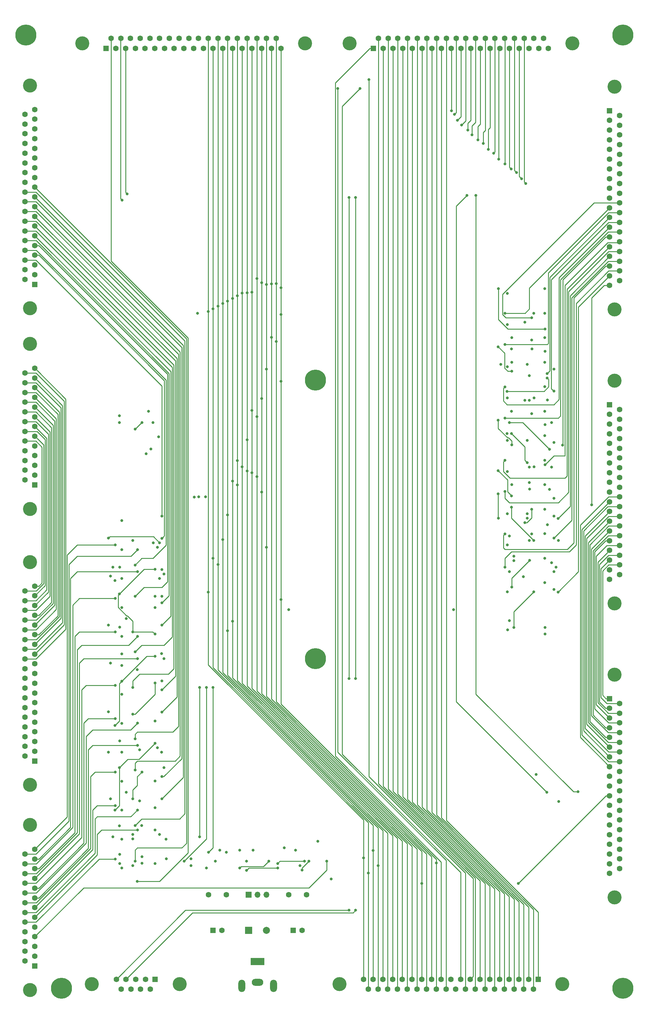
<source format=gbr>
G04 #@! TF.GenerationSoftware,KiCad,Pcbnew,5.1.5-52549c5~84~ubuntu18.04.1*
G04 #@! TF.CreationDate,2020-05-17T15:41:05-07:00*
G04 #@! TF.ProjectId,motherboard,6d6f7468-6572-4626-9f61-72642e6b6963,rev?*
G04 #@! TF.SameCoordinates,Original*
G04 #@! TF.FileFunction,Copper,L3,Inr*
G04 #@! TF.FilePolarity,Positive*
%FSLAX46Y46*%
G04 Gerber Fmt 4.6, Leading zero omitted, Abs format (unit mm)*
G04 Created by KiCad (PCBNEW 5.1.5-52549c5~84~ubuntu18.04.1) date 2020-05-17 15:41:05*
%MOMM*%
%LPD*%
G04 APERTURE LIST*
%ADD10C,4.000000*%
%ADD11C,1.600000*%
%ADD12R,1.600000X1.600000*%
%ADD13O,1.700000X1.700000*%
%ADD14R,1.700000X1.700000*%
%ADD15O,2.000000X3.500000*%
%ADD16O,3.300000X2.000000*%
%ADD17R,4.000000X2.000000*%
%ADD18C,2.000000*%
%ADD19R,2.000000X2.000000*%
%ADD20C,6.000000*%
%ADD21C,0.800000*%
%ADD22C,0.250000*%
G04 APERTURE END LIST*
D10*
X328460000Y-43030000D03*
X391960000Y-43030000D03*
D11*
X383755000Y-41610000D03*
X380985000Y-41610000D03*
X378215000Y-41610000D03*
X375445000Y-41610000D03*
X372675000Y-41610000D03*
X369905000Y-41610000D03*
X367135000Y-41610000D03*
X364365000Y-41610000D03*
X361595000Y-41610000D03*
X358825000Y-41610000D03*
X356055000Y-41610000D03*
X353285000Y-41610000D03*
X350515000Y-41610000D03*
X347745000Y-41610000D03*
X344975000Y-41610000D03*
X342205000Y-41610000D03*
X339435000Y-41610000D03*
X336665000Y-41610000D03*
X385140000Y-44450000D03*
X382370000Y-44450000D03*
X379600000Y-44450000D03*
X376830000Y-44450000D03*
X374060000Y-44450000D03*
X371290000Y-44450000D03*
X368520000Y-44450000D03*
X365750000Y-44450000D03*
X362980000Y-44450000D03*
X360210000Y-44450000D03*
X357440000Y-44450000D03*
X354670000Y-44450000D03*
X351900000Y-44450000D03*
X349130000Y-44450000D03*
X346360000Y-44450000D03*
X343590000Y-44450000D03*
X340820000Y-44450000D03*
X338050000Y-44450000D03*
D12*
X335280000Y-44450000D03*
D10*
X404660000Y-43030000D03*
X468160000Y-43030000D03*
D11*
X459955000Y-41610000D03*
X457185000Y-41610000D03*
X454415000Y-41610000D03*
X451645000Y-41610000D03*
X448875000Y-41610000D03*
X446105000Y-41610000D03*
X443335000Y-41610000D03*
X440565000Y-41610000D03*
X437795000Y-41610000D03*
X435025000Y-41610000D03*
X432255000Y-41610000D03*
X429485000Y-41610000D03*
X426715000Y-41610000D03*
X423945000Y-41610000D03*
X421175000Y-41610000D03*
X418405000Y-41610000D03*
X415635000Y-41610000D03*
X412865000Y-41610000D03*
X461340000Y-44450000D03*
X458570000Y-44450000D03*
X455800000Y-44450000D03*
X453030000Y-44450000D03*
X450260000Y-44450000D03*
X447490000Y-44450000D03*
X444720000Y-44450000D03*
X441950000Y-44450000D03*
X439180000Y-44450000D03*
X436410000Y-44450000D03*
X433640000Y-44450000D03*
X430870000Y-44450000D03*
X428100000Y-44450000D03*
X425330000Y-44450000D03*
X422560000Y-44450000D03*
X419790000Y-44450000D03*
X417020000Y-44450000D03*
X414250000Y-44450000D03*
D12*
X411480000Y-44450000D03*
D10*
X356210000Y-311300000D03*
X331210000Y-311300000D03*
D11*
X339555000Y-312720000D03*
X342325000Y-312720000D03*
X345095000Y-312720000D03*
X347865000Y-312720000D03*
X338170000Y-309880000D03*
X340940000Y-309880000D03*
X343710000Y-309880000D03*
X346480000Y-309880000D03*
D12*
X349250000Y-309880000D03*
D10*
X313540000Y-313000000D03*
X313540000Y-265900000D03*
D11*
X312120000Y-274215000D03*
X312120000Y-276985000D03*
X312120000Y-279755000D03*
X312120000Y-282525000D03*
X312120000Y-285295000D03*
X312120000Y-288065000D03*
X312120000Y-290835000D03*
X312120000Y-293605000D03*
X312120000Y-296375000D03*
X312120000Y-299145000D03*
X312120000Y-301915000D03*
X312120000Y-304685000D03*
X314960000Y-272830000D03*
X314960000Y-275600000D03*
X314960000Y-278370000D03*
X314960000Y-281140000D03*
X314960000Y-283910000D03*
X314960000Y-286680000D03*
X314960000Y-289450000D03*
X314960000Y-292220000D03*
X314960000Y-294990000D03*
X314960000Y-297760000D03*
X314960000Y-300530000D03*
X314960000Y-303300000D03*
D12*
X314960000Y-306070000D03*
D10*
X313540000Y-254470000D03*
X313540000Y-190970000D03*
D11*
X312120000Y-199175000D03*
X312120000Y-201945000D03*
X312120000Y-204715000D03*
X312120000Y-207485000D03*
X312120000Y-210255000D03*
X312120000Y-213025000D03*
X312120000Y-215795000D03*
X312120000Y-218565000D03*
X312120000Y-221335000D03*
X312120000Y-224105000D03*
X312120000Y-226875000D03*
X312120000Y-229645000D03*
X312120000Y-232415000D03*
X312120000Y-235185000D03*
X312120000Y-237955000D03*
X312120000Y-240725000D03*
X312120000Y-243495000D03*
X312120000Y-246265000D03*
X314960000Y-197790000D03*
X314960000Y-200560000D03*
X314960000Y-203330000D03*
X314960000Y-206100000D03*
X314960000Y-208870000D03*
X314960000Y-211640000D03*
X314960000Y-214410000D03*
X314960000Y-217180000D03*
X314960000Y-219950000D03*
X314960000Y-222720000D03*
X314960000Y-225490000D03*
X314960000Y-228260000D03*
X314960000Y-231030000D03*
X314960000Y-233800000D03*
X314960000Y-236570000D03*
X314960000Y-239340000D03*
X314960000Y-242110000D03*
X314960000Y-244880000D03*
D12*
X314960000Y-247650000D03*
D10*
X313540000Y-175840000D03*
X313540000Y-128740000D03*
D11*
X312120000Y-137055000D03*
X312120000Y-139825000D03*
X312120000Y-142595000D03*
X312120000Y-145365000D03*
X312120000Y-148135000D03*
X312120000Y-150905000D03*
X312120000Y-153675000D03*
X312120000Y-156445000D03*
X312120000Y-159215000D03*
X312120000Y-161985000D03*
X312120000Y-164755000D03*
X312120000Y-167525000D03*
X314960000Y-135670000D03*
X314960000Y-138440000D03*
X314960000Y-141210000D03*
X314960000Y-143980000D03*
X314960000Y-146750000D03*
X314960000Y-149520000D03*
X314960000Y-152290000D03*
X314960000Y-155060000D03*
X314960000Y-157830000D03*
X314960000Y-160600000D03*
X314960000Y-163370000D03*
X314960000Y-166140000D03*
D12*
X314960000Y-168910000D03*
D10*
X313540000Y-118580000D03*
X313540000Y-55080000D03*
D11*
X312120000Y-63285000D03*
X312120000Y-66055000D03*
X312120000Y-68825000D03*
X312120000Y-71595000D03*
X312120000Y-74365000D03*
X312120000Y-77135000D03*
X312120000Y-79905000D03*
X312120000Y-82675000D03*
X312120000Y-85445000D03*
X312120000Y-88215000D03*
X312120000Y-90985000D03*
X312120000Y-93755000D03*
X312120000Y-96525000D03*
X312120000Y-99295000D03*
X312120000Y-102065000D03*
X312120000Y-104835000D03*
X312120000Y-107605000D03*
X312120000Y-110375000D03*
X314960000Y-61900000D03*
X314960000Y-64670000D03*
X314960000Y-67440000D03*
X314960000Y-70210000D03*
X314960000Y-72980000D03*
X314960000Y-75750000D03*
X314960000Y-78520000D03*
X314960000Y-81290000D03*
X314960000Y-84060000D03*
X314960000Y-86830000D03*
X314960000Y-89600000D03*
X314960000Y-92370000D03*
X314960000Y-95140000D03*
X314960000Y-97910000D03*
X314960000Y-100680000D03*
X314960000Y-103450000D03*
X314960000Y-106220000D03*
X314960000Y-108990000D03*
D12*
X314960000Y-111760000D03*
D10*
X465290000Y-311300000D03*
X401790000Y-311300000D03*
D11*
X409995000Y-312720000D03*
X412765000Y-312720000D03*
X415535000Y-312720000D03*
X418305000Y-312720000D03*
X421075000Y-312720000D03*
X423845000Y-312720000D03*
X426615000Y-312720000D03*
X429385000Y-312720000D03*
X432155000Y-312720000D03*
X434925000Y-312720000D03*
X437695000Y-312720000D03*
X440465000Y-312720000D03*
X443235000Y-312720000D03*
X446005000Y-312720000D03*
X448775000Y-312720000D03*
X451545000Y-312720000D03*
X454315000Y-312720000D03*
X457085000Y-312720000D03*
X408610000Y-309880000D03*
X411380000Y-309880000D03*
X414150000Y-309880000D03*
X416920000Y-309880000D03*
X419690000Y-309880000D03*
X422460000Y-309880000D03*
X425230000Y-309880000D03*
X428000000Y-309880000D03*
X430770000Y-309880000D03*
X433540000Y-309880000D03*
X436310000Y-309880000D03*
X439080000Y-309880000D03*
X441850000Y-309880000D03*
X444620000Y-309880000D03*
X447390000Y-309880000D03*
X450160000Y-309880000D03*
X452930000Y-309880000D03*
X455700000Y-309880000D03*
D12*
X458470000Y-309880000D03*
D10*
X480210000Y-223050000D03*
X480210000Y-286550000D03*
D11*
X481630000Y-278345000D03*
X481630000Y-275575000D03*
X481630000Y-272805000D03*
X481630000Y-270035000D03*
X481630000Y-267265000D03*
X481630000Y-264495000D03*
X481630000Y-261725000D03*
X481630000Y-258955000D03*
X481630000Y-256185000D03*
X481630000Y-253415000D03*
X481630000Y-250645000D03*
X481630000Y-247875000D03*
X481630000Y-245105000D03*
X481630000Y-242335000D03*
X481630000Y-239565000D03*
X481630000Y-236795000D03*
X481630000Y-234025000D03*
X481630000Y-231255000D03*
X478790000Y-279730000D03*
X478790000Y-276960000D03*
X478790000Y-274190000D03*
X478790000Y-271420000D03*
X478790000Y-268650000D03*
X478790000Y-265880000D03*
X478790000Y-263110000D03*
X478790000Y-260340000D03*
X478790000Y-257570000D03*
X478790000Y-254800000D03*
X478790000Y-252030000D03*
X478790000Y-249260000D03*
X478790000Y-246490000D03*
X478790000Y-243720000D03*
X478790000Y-240950000D03*
X478790000Y-238180000D03*
X478790000Y-235410000D03*
X478790000Y-232640000D03*
D12*
X478790000Y-229870000D03*
D10*
X480210000Y-55410000D03*
X480210000Y-118910000D03*
D11*
X481630000Y-110705000D03*
X481630000Y-107935000D03*
X481630000Y-105165000D03*
X481630000Y-102395000D03*
X481630000Y-99625000D03*
X481630000Y-96855000D03*
X481630000Y-94085000D03*
X481630000Y-91315000D03*
X481630000Y-88545000D03*
X481630000Y-85775000D03*
X481630000Y-83005000D03*
X481630000Y-80235000D03*
X481630000Y-77465000D03*
X481630000Y-74695000D03*
X481630000Y-71925000D03*
X481630000Y-69155000D03*
X481630000Y-66385000D03*
X481630000Y-63615000D03*
X478790000Y-112090000D03*
X478790000Y-109320000D03*
X478790000Y-106550000D03*
X478790000Y-103780000D03*
X478790000Y-101010000D03*
X478790000Y-98240000D03*
X478790000Y-95470000D03*
X478790000Y-92700000D03*
X478790000Y-89930000D03*
X478790000Y-87160000D03*
X478790000Y-84390000D03*
X478790000Y-81620000D03*
X478790000Y-78850000D03*
X478790000Y-76080000D03*
X478790000Y-73310000D03*
X478790000Y-70540000D03*
X478790000Y-67770000D03*
X478790000Y-65000000D03*
D12*
X478790000Y-62230000D03*
D10*
X480210000Y-139230000D03*
X480210000Y-202730000D03*
D11*
X481630000Y-194525000D03*
X481630000Y-191755000D03*
X481630000Y-188985000D03*
X481630000Y-186215000D03*
X481630000Y-183445000D03*
X481630000Y-180675000D03*
X481630000Y-177905000D03*
X481630000Y-175135000D03*
X481630000Y-172365000D03*
X481630000Y-169595000D03*
X481630000Y-166825000D03*
X481630000Y-164055000D03*
X481630000Y-161285000D03*
X481630000Y-158515000D03*
X481630000Y-155745000D03*
X481630000Y-152975000D03*
X481630000Y-150205000D03*
X481630000Y-147435000D03*
X478790000Y-195910000D03*
X478790000Y-193140000D03*
X478790000Y-190370000D03*
X478790000Y-187600000D03*
X478790000Y-184830000D03*
X478790000Y-182060000D03*
X478790000Y-179290000D03*
X478790000Y-176520000D03*
X478790000Y-173750000D03*
X478790000Y-170980000D03*
X478790000Y-168210000D03*
X478790000Y-165440000D03*
X478790000Y-162670000D03*
X478790000Y-159900000D03*
X478790000Y-157130000D03*
X478790000Y-154360000D03*
X478790000Y-151590000D03*
X478790000Y-148820000D03*
D12*
X478790000Y-146050000D03*
D13*
X381000000Y-285750000D03*
X378460000Y-285750000D03*
D14*
X375920000Y-285750000D03*
D15*
X382960000Y-311800000D03*
X373960000Y-311800000D03*
D16*
X378460000Y-310800000D03*
D17*
X378460000Y-304800000D03*
D11*
X392350000Y-285750000D03*
X387350000Y-285750000D03*
X369490000Y-285750000D03*
X364490000Y-285750000D03*
X391120000Y-295910000D03*
D12*
X388620000Y-295910000D03*
D11*
X368260000Y-295910000D03*
D12*
X365760000Y-295910000D03*
D18*
X380920000Y-295910000D03*
D19*
X375920000Y-295910000D03*
D20*
X482600000Y-40640000D03*
X312420000Y-40640000D03*
X482600000Y-312420000D03*
X322580000Y-312420000D03*
X394970000Y-139065000D03*
X394970000Y-218440000D03*
D21*
X452755000Y-282575000D03*
X404495000Y-86995000D03*
X404495000Y-224155000D03*
X404495000Y-290195000D03*
X462915000Y-193675000D03*
X449610000Y-177195000D03*
X462915000Y-172720000D03*
X449610000Y-156240000D03*
X460375000Y-151765000D03*
X449610000Y-135285000D03*
X460375000Y-130810000D03*
X449610000Y-114330000D03*
X335945000Y-184120000D03*
X434340000Y-204470000D03*
X387350000Y-204470000D03*
X350520000Y-185420000D03*
X350475000Y-195625000D03*
X335945000Y-208885000D03*
X344170000Y-221615000D03*
X335945000Y-233650000D03*
X351110000Y-245155000D03*
X336550000Y-258445000D03*
X352380000Y-269920000D03*
X460375000Y-211455000D03*
X462915000Y-198755000D03*
X449610000Y-186085000D03*
X462915000Y-177800000D03*
X449610000Y-165130000D03*
X462915000Y-156845000D03*
X449610000Y-144175000D03*
X462915000Y-135890000D03*
X449610000Y-123220000D03*
X460330000Y-112985000D03*
X460330000Y-119970000D03*
X460330000Y-126955000D03*
X460330000Y-133940000D03*
X460330000Y-140925000D03*
X460330000Y-147910000D03*
X460330000Y-154895000D03*
X460330000Y-161880000D03*
X460330000Y-168865000D03*
X460330000Y-175850000D03*
X460330000Y-182835000D03*
X460330000Y-189820000D03*
X339770000Y-179115000D03*
X339770000Y-278175000D03*
X339770000Y-269920000D03*
X339770000Y-261665000D03*
X339770000Y-253410000D03*
X339770000Y-245155000D03*
X339770000Y-236900000D03*
X339770000Y-228645000D03*
X339770000Y-220390000D03*
X339770000Y-212135000D03*
X339770000Y-203880000D03*
X339770000Y-195625000D03*
X339770000Y-187370000D03*
X460330000Y-196805000D03*
X457835000Y-251460000D03*
X464315000Y-259210000D03*
X377190000Y-273050000D03*
X386080000Y-272415000D03*
X395605000Y-270510000D03*
X367665000Y-273050000D03*
X347345000Y-147955000D03*
X336550000Y-194945000D03*
X351155000Y-200660000D03*
X336550000Y-219710000D03*
X351155000Y-224790000D03*
X335915000Y-245110000D03*
X351790000Y-249555000D03*
X337185000Y-269240000D03*
X352410000Y-275575000D03*
X452225000Y-79905000D03*
X448950000Y-77465000D03*
X445700000Y-74365000D03*
X442755000Y-71595000D03*
X439550001Y-69084999D03*
X436605001Y-66314999D03*
X434555000Y-63285000D03*
X473710000Y-174625000D03*
X460375000Y-209550000D03*
X453685000Y-81620000D03*
X450740000Y-78850000D03*
X447160000Y-76080000D03*
X444215000Y-73310000D03*
X441270000Y-70540000D03*
X438325000Y-67770000D03*
X435380000Y-65000000D03*
X433705000Y-62230000D03*
X399415000Y-281305000D03*
X469770000Y-256410000D03*
X440690000Y-86360000D03*
X339815001Y-87720001D03*
X460880000Y-256540000D03*
X438150000Y-86360000D03*
X341230001Y-85960001D03*
X456565000Y-127635000D03*
X383755000Y-128055000D03*
X383755000Y-111545000D03*
X380985000Y-186690000D03*
X349855000Y-186720000D03*
X345504999Y-276795001D03*
X349250000Y-267335000D03*
X349220000Y-261015000D03*
X337820000Y-261620000D03*
X339090000Y-249555000D03*
X425230000Y-282575000D03*
X349250000Y-242570000D03*
X349250000Y-236220000D03*
X337820000Y-237490000D03*
X339725000Y-224875000D03*
X349235000Y-217790000D03*
X342860000Y-210820000D03*
X349220000Y-211485000D03*
X339090000Y-200025000D03*
X349235000Y-193025000D03*
X380985000Y-135905000D03*
X447735001Y-134559999D03*
X380985000Y-111775000D03*
X456565000Y-148590000D03*
X378215000Y-149470000D03*
X378215000Y-166615000D03*
X378215000Y-110100000D03*
X455295000Y-156210000D03*
X375445000Y-156050000D03*
X375445000Y-164940000D03*
X375445000Y-114140000D03*
X455945000Y-170165000D03*
X372675000Y-168980000D03*
X372675000Y-161995000D03*
X372675000Y-115005000D03*
X455295000Y-177165000D03*
X369905000Y-177465000D03*
X449670001Y-210275001D03*
X369905000Y-210485000D03*
X369905000Y-116505000D03*
X462265000Y-191120000D03*
X367135000Y-191665000D03*
X373380000Y-273050000D03*
X411380000Y-273150000D03*
X367135000Y-118005000D03*
X449595000Y-199405000D03*
X364365000Y-199515000D03*
X359440000Y-275560000D03*
X408610000Y-275285000D03*
X364365000Y-119505000D03*
X457200000Y-199390000D03*
X454195000Y-195115000D03*
X385140000Y-201600000D03*
X457200000Y-120015000D03*
X385140000Y-120320000D03*
X451485000Y-190500000D03*
X450245000Y-183485000D03*
X456565000Y-182880000D03*
X450850000Y-172085000D03*
X450850000Y-172085000D03*
X461055001Y-180300001D03*
X447040000Y-164903002D03*
X461645000Y-158750000D03*
X450215000Y-151130000D03*
X449580000Y-142240000D03*
X461010000Y-138430000D03*
X450850000Y-130175000D03*
X389255000Y-273050000D03*
X429385000Y-276735000D03*
X451485000Y-209550000D03*
X385140000Y-139370000D03*
X385140000Y-112700000D03*
X450895000Y-126955000D03*
X382370000Y-126900000D03*
X382370000Y-111660000D03*
X457230000Y-144175000D03*
X379600000Y-144275000D03*
X379600000Y-170945000D03*
X379600000Y-111255000D03*
X450850000Y-147955000D03*
X376830000Y-147680000D03*
X376830000Y-165460000D03*
X376830000Y-114025000D03*
X455930000Y-163830000D03*
X374060000Y-163785000D03*
X374060000Y-114255000D03*
X450895000Y-168865000D03*
X371290000Y-167825000D03*
X450260000Y-207600000D03*
X371290000Y-207830000D03*
X371290000Y-115755000D03*
X455930000Y-184785000D03*
X368520000Y-184565000D03*
X390510000Y-277510000D03*
X412765000Y-277480000D03*
X368520000Y-117255000D03*
X451485000Y-189230000D03*
X365750000Y-189875000D03*
X359425000Y-277510000D03*
X409995000Y-279615000D03*
X365750000Y-118755000D03*
X448945000Y-192405000D03*
X462900000Y-184135000D03*
X448945000Y-170815000D03*
X460375000Y-163180000D03*
X448945000Y-149860000D03*
X462900000Y-142225000D03*
X448945000Y-128905000D03*
X456580000Y-121270000D03*
X464094999Y-199480001D03*
X448945000Y-182880000D03*
X464094999Y-178525001D03*
X448945000Y-161925000D03*
X465364999Y-157570001D03*
X448945000Y-140970000D03*
X461010000Y-137160000D03*
X448990000Y-119970000D03*
X343535000Y-266065000D03*
X351140000Y-252110000D03*
X343535000Y-241300000D03*
X351140000Y-227345000D03*
X343535000Y-216535000D03*
X351140000Y-202580000D03*
X343535000Y-191770000D03*
X351140000Y-177815000D03*
X343535000Y-276225000D03*
X351140000Y-258460000D03*
X343535000Y-250190000D03*
X351140000Y-233695000D03*
X342900000Y-226695000D03*
X351140000Y-208930000D03*
X343535000Y-200660000D03*
X351140000Y-184165000D03*
X361950000Y-226695000D03*
X339090000Y-151130000D03*
X361950000Y-269240000D03*
X346710000Y-160020000D03*
X360362500Y-172402500D03*
X363855000Y-226695000D03*
X339090000Y-149225000D03*
X357505000Y-276225000D03*
X348014657Y-158715343D03*
X361667158Y-172367842D03*
X398145000Y-276225000D03*
X337835000Y-186070000D03*
X344185000Y-193690000D03*
X337835000Y-210835000D03*
X344185000Y-218455000D03*
X337835000Y-235600000D03*
X344185000Y-243220000D03*
X337835000Y-260365000D03*
X344185000Y-267350000D03*
X344215000Y-187370000D03*
X337835000Y-201310000D03*
X344185000Y-212105000D03*
X337835000Y-226075000D03*
X344185000Y-236870000D03*
X337835000Y-250840000D03*
X344185000Y-261635000D03*
X337835000Y-275605000D03*
X406400000Y-86995000D03*
X406400000Y-224155000D03*
X406400000Y-290195000D03*
X345470000Y-274925000D03*
X342870000Y-277525000D03*
X339135000Y-274275000D03*
X339105000Y-276875000D03*
X350520000Y-268605000D03*
X349250000Y-276860000D03*
X342900000Y-258445000D03*
X345455000Y-250810000D03*
X342900000Y-269875000D03*
X344805000Y-244475000D03*
X342885000Y-234300000D03*
X349250000Y-225425000D03*
X351790000Y-218440000D03*
X339105000Y-209535000D03*
X351790000Y-194310000D03*
X349250000Y-200660000D03*
X337820000Y-196215000D03*
X342885000Y-184770000D03*
X342830000Y-268605000D03*
X344820000Y-259065000D03*
X339090000Y-266165000D03*
X345440000Y-266065000D03*
X349250000Y-253365000D03*
X340995000Y-256540000D03*
X339120000Y-241905000D03*
X349870000Y-243855000D03*
X339755000Y-217140000D03*
X351041501Y-217056501D03*
X349205000Y-203880000D03*
X340995000Y-207010000D03*
X348745000Y-185420000D03*
X337185000Y-192405000D03*
X339120000Y-192375000D03*
X351155000Y-193040000D03*
X450865000Y-198105000D03*
X455960000Y-190470000D03*
X464185000Y-184785000D03*
X455280000Y-178450000D03*
X447055000Y-178450000D03*
X447040000Y-171450000D03*
X450865000Y-157495000D03*
X457227500Y-163802500D03*
X447040000Y-150495000D03*
X450865000Y-136540000D03*
X461055001Y-144734999D03*
X447040000Y-129540000D03*
X463535000Y-192420000D03*
X450215000Y-193675000D03*
X457200000Y-184785000D03*
X450807500Y-175302500D03*
X454660000Y-179705000D03*
X456565000Y-175895000D03*
X461645000Y-170180000D03*
X455930000Y-168275000D03*
X462280000Y-163830000D03*
X449580000Y-154305000D03*
X455295000Y-162560000D03*
X450850000Y-154305000D03*
X462280000Y-151130000D03*
X454660000Y-144780000D03*
X455265000Y-134590000D03*
X455930000Y-137795000D03*
X455930000Y-144780000D03*
X450895000Y-133940000D03*
X456635000Y-130175000D03*
X454660000Y-122555000D03*
X460375000Y-124460000D03*
X447085000Y-112985000D03*
X366410000Y-276210000D03*
X363825000Y-278160000D03*
X369570000Y-273685000D03*
X375300000Y-276210000D03*
X365760000Y-226695000D03*
X348615000Y-151130000D03*
X364490000Y-273685000D03*
X350202500Y-155257500D03*
X363639999Y-172300001D03*
X375330000Y-278810000D03*
X384205000Y-278160000D03*
X381635000Y-276225000D03*
X373350000Y-278160000D03*
X391795000Y-276225000D03*
X384175000Y-276860000D03*
X393080000Y-276210000D03*
X391160000Y-278765000D03*
X345495000Y-151130000D03*
X343535000Y-153035000D03*
X454840000Y-83005000D03*
X401320000Y-55880000D03*
X410210000Y-53340000D03*
X407670000Y-55880000D03*
X344170000Y-281940000D03*
X361315000Y-120015000D03*
D22*
X477760000Y-257570000D02*
X478790000Y-257570000D01*
X452755000Y-282575000D02*
X477760000Y-257570000D01*
X404495000Y-100330000D02*
X404495000Y-224155000D01*
X404495000Y-224155000D02*
X404495000Y-224155000D01*
X357855000Y-290195000D02*
X338170000Y-309880000D01*
X404495000Y-290195000D02*
X357855000Y-290195000D01*
X404495000Y-86995000D02*
X404495000Y-100330000D01*
X336344999Y-183720001D02*
X348820001Y-183720001D01*
X335945000Y-184120000D02*
X336344999Y-183720001D01*
X348820001Y-183720001D02*
X350520000Y-185420000D01*
X350520000Y-185420000D02*
X350520000Y-185420000D01*
X477990001Y-191169999D02*
X478790000Y-190370000D01*
X476314990Y-192845010D02*
X477990001Y-191169999D01*
X476314990Y-229579992D02*
X476314990Y-192845010D01*
X477989998Y-231255000D02*
X476314990Y-229579992D01*
X481630000Y-231255000D02*
X477989998Y-231255000D01*
X475414971Y-190975029D02*
X477990001Y-188399999D01*
X475414971Y-231032751D02*
X475414971Y-190975029D01*
X477990001Y-188399999D02*
X478790000Y-187600000D01*
X478407220Y-234025000D02*
X475414971Y-231032751D01*
X481630000Y-234025000D02*
X478407220Y-234025000D01*
X474514952Y-187973678D02*
X477658630Y-184830000D01*
X477658630Y-184830000D02*
X478790000Y-184830000D01*
X474514952Y-232799954D02*
X474514952Y-187973678D01*
X478509998Y-236795000D02*
X474514952Y-232799954D01*
X481630000Y-236795000D02*
X478509998Y-236795000D01*
X477990001Y-182859999D02*
X478790000Y-182060000D01*
X473614933Y-187235067D02*
X477990001Y-182859999D01*
X473614933Y-234772713D02*
X473614933Y-187235067D01*
X478407220Y-239565000D02*
X473614933Y-234772713D01*
X481630000Y-239565000D02*
X478407220Y-239565000D01*
X477990001Y-180089999D02*
X478790000Y-179290000D01*
X472714914Y-236642694D02*
X472714914Y-185365086D01*
X472714914Y-185365086D02*
X477990001Y-180089999D01*
X478407220Y-242335000D02*
X472714914Y-236642694D01*
X481630000Y-242335000D02*
X478407220Y-242335000D01*
X477990001Y-177319999D02*
X478790000Y-176520000D01*
X471814895Y-183495105D02*
X477990001Y-177319999D01*
X471814895Y-238409897D02*
X471814895Y-183495105D01*
X478509998Y-245105000D02*
X471814895Y-238409897D01*
X481630000Y-245105000D02*
X478509998Y-245105000D01*
X470914876Y-181625124D02*
X477990001Y-174549999D01*
X477990001Y-174549999D02*
X478790000Y-173750000D01*
X470914876Y-240279878D02*
X470914876Y-181625124D01*
X478509998Y-247875000D02*
X470914876Y-240279878D01*
X481630000Y-247875000D02*
X478509998Y-247875000D01*
X480498630Y-191755000D02*
X481630000Y-191755000D01*
X478509998Y-191755000D02*
X480498630Y-191755000D01*
X476764999Y-228894999D02*
X476764999Y-193499999D01*
X476764999Y-193499999D02*
X478509998Y-191755000D01*
X477740000Y-229870000D02*
X476764999Y-228894999D01*
X478790000Y-229870000D02*
X477740000Y-229870000D01*
X480498630Y-188985000D02*
X481630000Y-188985000D01*
X478509998Y-188985000D02*
X480498630Y-188985000D01*
X475864981Y-191630017D02*
X478509998Y-188985000D01*
X475864981Y-230846351D02*
X475864981Y-191630017D01*
X477658630Y-232640000D02*
X475864981Y-230846351D01*
X478790000Y-232640000D02*
X477658630Y-232640000D01*
X480498630Y-186215000D02*
X481630000Y-186215000D01*
X474964961Y-189245039D02*
X477995000Y-186215000D01*
X477995000Y-186215000D02*
X480498630Y-186215000D01*
X474964961Y-231584961D02*
X474964961Y-189245039D01*
X478790000Y-235410000D02*
X474964961Y-231584961D01*
X474064943Y-234586313D02*
X474064943Y-187787277D01*
X474064943Y-187787277D02*
X478407220Y-183445000D01*
X477658630Y-238180000D02*
X474064943Y-234586313D01*
X480498630Y-183445000D02*
X481630000Y-183445000D01*
X478407220Y-183445000D02*
X480498630Y-183445000D01*
X478790000Y-238180000D02*
X477658630Y-238180000D01*
X480498630Y-180675000D02*
X481630000Y-180675000D01*
X478509998Y-180675000D02*
X480498630Y-180675000D01*
X473164924Y-186020074D02*
X478509998Y-180675000D01*
X473164924Y-236456294D02*
X473164924Y-186020074D01*
X477658630Y-240950000D02*
X473164924Y-236456294D01*
X478790000Y-240950000D02*
X477658630Y-240950000D01*
X478509998Y-177905000D02*
X480498630Y-177905000D01*
X472264904Y-184150094D02*
X478509998Y-177905000D01*
X472264904Y-237194904D02*
X472264904Y-184150094D01*
X480498630Y-177905000D02*
X481630000Y-177905000D01*
X478790000Y-243720000D02*
X472264904Y-237194904D01*
X480498630Y-175135000D02*
X481630000Y-175135000D01*
X478280000Y-175135000D02*
X480498630Y-175135000D01*
X471364886Y-182050114D02*
X478280000Y-175135000D01*
X471364886Y-239064886D02*
X471364886Y-182050114D01*
X478790000Y-246490000D02*
X471364886Y-239064886D01*
X480498630Y-172365000D02*
X481630000Y-172365000D01*
X478509998Y-172365000D02*
X480498630Y-172365000D01*
X470464867Y-240934867D02*
X470464867Y-180410131D01*
X470464867Y-180410131D02*
X478509998Y-172365000D01*
X478790000Y-249260000D02*
X470464867Y-240934867D01*
X451645000Y-79325000D02*
X451645000Y-41610000D01*
X452225000Y-79905000D02*
X451645000Y-79325000D01*
X448950000Y-41685000D02*
X448875000Y-41610000D01*
X448950000Y-77465000D02*
X448950000Y-41685000D01*
X446105000Y-73960000D02*
X446105000Y-41610000D01*
X445700000Y-74365000D02*
X446105000Y-73960000D01*
X442755000Y-71595000D02*
X442755000Y-68420000D01*
X443335000Y-67840000D02*
X443335000Y-41610000D01*
X442755000Y-68420000D02*
X443335000Y-67840000D01*
X439550001Y-69084999D02*
X439550001Y-66544999D01*
X440565000Y-65530000D02*
X440565000Y-41610000D01*
X439550001Y-66544999D02*
X440565000Y-65530000D01*
X437795000Y-65125000D02*
X437795000Y-41610000D01*
X436605001Y-66314999D02*
X437795000Y-65125000D01*
X435025000Y-62815000D02*
X435025000Y-41610000D01*
X434555000Y-63285000D02*
X435025000Y-62815000D01*
X478790000Y-112090000D02*
X477190000Y-112090000D01*
X477190000Y-112090000D02*
X473710000Y-115570000D01*
X473710000Y-115570000D02*
X473710000Y-174625000D01*
X473710000Y-174625000D02*
X473710000Y-174625000D01*
X453030000Y-80965000D02*
X453030000Y-44450000D01*
X453685000Y-81620000D02*
X453030000Y-80965000D01*
X450260000Y-78370000D02*
X450260000Y-44450000D01*
X450740000Y-78850000D02*
X450260000Y-78370000D01*
X447160000Y-44780000D02*
X447490000Y-44450000D01*
X447160000Y-76080000D02*
X447160000Y-44780000D01*
X444215000Y-73310000D02*
X444215000Y-67595000D01*
X444720000Y-67090000D02*
X444720000Y-44450000D01*
X444215000Y-67595000D02*
X444720000Y-67090000D01*
X441270000Y-70540000D02*
X441270000Y-66730000D01*
X441950000Y-66050000D02*
X441950000Y-44450000D01*
X441270000Y-66730000D02*
X441950000Y-66050000D01*
X438325000Y-67770000D02*
X438325000Y-65865000D01*
X439180000Y-65010000D02*
X439180000Y-44450000D01*
X438325000Y-65865000D02*
X439180000Y-65010000D01*
X436410000Y-63970000D02*
X436410000Y-44450000D01*
X435380000Y-65000000D02*
X436410000Y-63970000D01*
X433705000Y-44515000D02*
X433640000Y-44450000D01*
X433705000Y-62230000D02*
X433705000Y-44515000D01*
X457085000Y-312720000D02*
X457085000Y-290061670D01*
X430870000Y-263846670D02*
X430870000Y-44450000D01*
X457085000Y-290061670D02*
X430870000Y-263846670D01*
X454315000Y-312720000D02*
X454315000Y-288564490D01*
X428100000Y-262349490D02*
X428100000Y-44450000D01*
X454315000Y-288564490D02*
X428100000Y-262349490D01*
X451545000Y-312720000D02*
X451545000Y-287067310D01*
X425330000Y-260852310D02*
X425330000Y-44450000D01*
X451545000Y-287067310D02*
X425330000Y-260852310D01*
X448775000Y-312720000D02*
X448775000Y-285570130D01*
X422560000Y-259355130D02*
X422560000Y-44450000D01*
X448775000Y-285570130D02*
X422560000Y-259355130D01*
X446005000Y-312720000D02*
X446005000Y-284072950D01*
X419790000Y-257857950D02*
X419790000Y-44450000D01*
X446005000Y-284072950D02*
X419790000Y-257857950D01*
X417020000Y-256360770D02*
X417020000Y-44450000D01*
X443235000Y-312720000D02*
X443235000Y-282575770D01*
X443235000Y-282575770D02*
X417020000Y-256360770D01*
X440465000Y-312720000D02*
X440465000Y-281078590D01*
X414250000Y-254863590D02*
X414250000Y-44450000D01*
X440465000Y-281078590D02*
X414250000Y-254863590D01*
X440690000Y-228600000D02*
X440690000Y-87826998D01*
X440690000Y-87826998D02*
X440690000Y-86360000D01*
X440690000Y-86360000D02*
X440690000Y-86360000D01*
X469770000Y-256410000D02*
X468500000Y-256410000D01*
X468500000Y-256410000D02*
X440690000Y-228600000D01*
X339415002Y-41629998D02*
X339435000Y-41610000D01*
X339415002Y-87320002D02*
X339415002Y-41629998D01*
X339815001Y-87720001D02*
X339415002Y-87320002D01*
X438150000Y-86360000D02*
X438150000Y-86360000D01*
X435065001Y-89444999D02*
X438150000Y-86360000D01*
X460880000Y-256540000D02*
X435065001Y-230725001D01*
X435065001Y-230725001D02*
X435065001Y-89444999D01*
X340820000Y-85550000D02*
X340820000Y-44450000D01*
X341230001Y-85960001D02*
X340820000Y-85550000D01*
X458470000Y-309880000D02*
X458470000Y-290810260D01*
X432255000Y-264595260D02*
X432255000Y-41610000D01*
X458470000Y-290810260D02*
X432255000Y-264595260D01*
X455700000Y-309880000D02*
X455700000Y-289313080D01*
X429485000Y-263098080D02*
X429485000Y-41610000D01*
X455700000Y-289313080D02*
X429485000Y-263098080D01*
X452930000Y-309880000D02*
X452930000Y-287815900D01*
X426715000Y-261600900D02*
X426715000Y-41610000D01*
X452930000Y-287815900D02*
X426715000Y-261600900D01*
X450160000Y-309880000D02*
X450160000Y-286318720D01*
X423945000Y-260103720D02*
X423945000Y-41610000D01*
X450160000Y-286318720D02*
X423945000Y-260103720D01*
X447390000Y-309880000D02*
X447390000Y-284821540D01*
X421175000Y-258606540D02*
X421175000Y-41610000D01*
X447390000Y-284821540D02*
X421175000Y-258606540D01*
X444620000Y-309880000D02*
X444620000Y-283324360D01*
X418405000Y-257109360D02*
X418405000Y-41610000D01*
X444620000Y-283324360D02*
X418405000Y-257109360D01*
X441850000Y-309880000D02*
X441850000Y-281827180D01*
X415635000Y-255612180D02*
X415635000Y-41610000D01*
X441850000Y-281827180D02*
X415635000Y-255612180D01*
X439879999Y-309080001D02*
X439879999Y-281129999D01*
X439080000Y-309880000D02*
X439879999Y-309080001D01*
X412865000Y-254115000D02*
X412865000Y-41610000D01*
X439879999Y-281129999D02*
X412865000Y-254115000D01*
X428000000Y-309880000D02*
X428000000Y-274966410D01*
X383755000Y-230721410D02*
X383755000Y-128055000D01*
X428000000Y-274966410D02*
X383755000Y-230721410D01*
X383755000Y-128055000D02*
X383755000Y-111545000D01*
X383755000Y-111545000D02*
X383755000Y-41610000D01*
X425230000Y-309880000D02*
X425230000Y-276445000D01*
X380985000Y-229224230D02*
X380985000Y-184800000D01*
X425230000Y-273469230D02*
X380985000Y-229224230D01*
X380985000Y-184800000D02*
X380985000Y-135905000D01*
X339044999Y-260395001D02*
X338219999Y-261220001D01*
X339044999Y-253061999D02*
X339044999Y-260395001D01*
X339090000Y-253016998D02*
X339044999Y-253061999D01*
X338219999Y-261220001D02*
X337820000Y-261620000D01*
X339090000Y-249555000D02*
X339090000Y-253016998D01*
X425230000Y-276445000D02*
X425230000Y-273469230D01*
X348850001Y-242969999D02*
X349250000Y-242570000D01*
X344620009Y-247199991D02*
X348850001Y-242969999D01*
X341445009Y-247199991D02*
X344620009Y-247199991D01*
X339090000Y-249555000D02*
X341445009Y-247199991D01*
X338219999Y-237090001D02*
X337820000Y-237490000D01*
X339044999Y-236265001D02*
X338219999Y-237090001D01*
X339044999Y-225555001D02*
X339044999Y-236265001D01*
X339725000Y-224875000D02*
X339044999Y-225555001D01*
X346810000Y-217790000D02*
X339725000Y-224875000D01*
X349235000Y-217790000D02*
X346810000Y-217790000D01*
X348555000Y-210820000D02*
X342860000Y-210820000D01*
X349220000Y-211485000D02*
X348555000Y-210820000D01*
X342860000Y-210254315D02*
X342860000Y-210820000D01*
X342860000Y-207801998D02*
X342860000Y-210254315D01*
X341343001Y-206284999D02*
X342860000Y-207801998D01*
X341101997Y-206284999D02*
X341343001Y-206284999D01*
X338690001Y-203873003D02*
X341101997Y-206284999D01*
X338690001Y-200424999D02*
X338690001Y-203873003D01*
X339090000Y-200025000D02*
X338690001Y-200424999D01*
X349235000Y-193025000D02*
X346090000Y-193025000D01*
X346090000Y-193025000D02*
X339090000Y-200025000D01*
X380985000Y-135905000D02*
X380985000Y-111775000D01*
X380985000Y-111775000D02*
X380985000Y-41610000D01*
X422460000Y-309880000D02*
X422460000Y-271972050D01*
X378215000Y-227727050D02*
X378215000Y-166615000D01*
X422460000Y-271972050D02*
X378215000Y-227727050D01*
X378215000Y-149470000D02*
X378215000Y-110100000D01*
X378215000Y-166615000D02*
X378215000Y-149470000D01*
X378215000Y-110100000D02*
X378215000Y-41610000D01*
X419690000Y-309880000D02*
X419690000Y-270474870D01*
X375445000Y-226229870D02*
X375445000Y-164940000D01*
X419690000Y-270474870D02*
X375445000Y-226229870D01*
X375445000Y-156050000D02*
X375445000Y-114140000D01*
X375445000Y-164940000D02*
X375445000Y-156050000D01*
X375445000Y-114140000D02*
X375445000Y-41610000D01*
X416920000Y-309880000D02*
X416920000Y-268977690D01*
X372675000Y-224732690D02*
X372675000Y-168980000D01*
X416920000Y-268977690D02*
X372675000Y-224732690D01*
X372675000Y-168980000D02*
X372675000Y-161995000D01*
X372675000Y-161995000D02*
X372675000Y-115005000D01*
X372675000Y-115005000D02*
X372675000Y-41610000D01*
X414150000Y-309880000D02*
X414150000Y-267480510D01*
X369905000Y-223235510D02*
X369905000Y-210485000D01*
X414150000Y-267480510D02*
X369905000Y-223235510D01*
X369905000Y-177465000D02*
X369905000Y-116505000D01*
X369905000Y-210485000D02*
X369905000Y-177465000D01*
X369905000Y-116505000D02*
X369905000Y-41610000D01*
X411380000Y-309880000D02*
X411380000Y-273150000D01*
X367135000Y-221738330D02*
X367135000Y-191665000D01*
X411380000Y-265983330D02*
X367135000Y-221738330D01*
X367135000Y-191665000D02*
X367135000Y-118005000D01*
X411380000Y-273150000D02*
X411380000Y-265983330D01*
X367135000Y-118005000D02*
X367135000Y-41610000D01*
X408610000Y-309880000D02*
X408610000Y-275285000D01*
X364365000Y-220241150D02*
X364365000Y-199515000D01*
X408610000Y-264486150D02*
X364365000Y-220241150D01*
X364365000Y-199515000D02*
X364365000Y-119505000D01*
X408610000Y-275285000D02*
X408610000Y-264486150D01*
X364365000Y-119505000D02*
X364365000Y-41610000D01*
X429385000Y-312720000D02*
X429385000Y-276735000D01*
X385140000Y-231470000D02*
X385140000Y-201600000D01*
X429385000Y-275715000D02*
X385140000Y-231470000D01*
X385140000Y-201600000D02*
X385140000Y-139370000D01*
X385140000Y-120320000D02*
X385140000Y-112700000D01*
X450450001Y-171685001D02*
X450850000Y-172085000D01*
X449670001Y-170905001D02*
X450450001Y-171685001D01*
X449670001Y-167533003D02*
X449670001Y-170905001D01*
X447040000Y-164903002D02*
X449670001Y-167533003D01*
X454025000Y-151130000D02*
X450215000Y-151130000D01*
X461645000Y-158750000D02*
X454025000Y-151130000D01*
X461409999Y-138829999D02*
X461010000Y-138430000D01*
X461409999Y-140918003D02*
X461409999Y-138829999D01*
X460088002Y-142240000D02*
X461409999Y-140918003D01*
X449580000Y-142240000D02*
X460088002Y-142240000D01*
X429385000Y-276735000D02*
X429385000Y-275715000D01*
X451485000Y-205105000D02*
X457200000Y-199390000D01*
X451485000Y-209550000D02*
X451485000Y-205105000D01*
X385140000Y-139370000D02*
X385140000Y-120320000D01*
X385140000Y-112700000D02*
X385140000Y-44450000D01*
X382370000Y-45581370D02*
X382370000Y-44450000D01*
X382370000Y-229972820D02*
X382370000Y-126900000D01*
X426615000Y-274217820D02*
X382370000Y-229972820D01*
X426615000Y-312720000D02*
X426615000Y-274217820D01*
X382370000Y-126900000D02*
X382370000Y-111660000D01*
X382370000Y-111660000D02*
X382370000Y-45581370D01*
X423845000Y-312720000D02*
X423845000Y-272720640D01*
X379600000Y-228475640D02*
X379600000Y-170945000D01*
X423845000Y-272720640D02*
X379600000Y-228475640D01*
X379600000Y-144275000D02*
X379600000Y-111255000D01*
X379600000Y-170945000D02*
X379600000Y-144275000D01*
X379600000Y-111255000D02*
X379600000Y-44450000D01*
X421075000Y-312720000D02*
X421075000Y-271223460D01*
X376830000Y-226978460D02*
X376830000Y-165460000D01*
X421075000Y-271223460D02*
X376830000Y-226978460D01*
X376830000Y-147680000D02*
X376830000Y-114025000D01*
X376830000Y-165460000D02*
X376830000Y-147680000D01*
X376830000Y-114025000D02*
X376830000Y-44450000D01*
X418305000Y-312720000D02*
X418305000Y-269726280D01*
X374060000Y-225481280D02*
X374060000Y-163785000D01*
X418305000Y-269726280D02*
X374060000Y-225481280D01*
X374060000Y-163785000D02*
X374060000Y-114255000D01*
X374060000Y-114255000D02*
X374060000Y-44450000D01*
X415535000Y-312720000D02*
X415535000Y-268229100D01*
X371290000Y-223984100D02*
X371290000Y-207830000D01*
X415535000Y-268229100D02*
X371290000Y-223984100D01*
X371290000Y-167825000D02*
X371290000Y-115755000D01*
X371290000Y-207830000D02*
X371290000Y-167825000D01*
X371290000Y-115755000D02*
X371290000Y-44450000D01*
X412765000Y-312720000D02*
X412765000Y-277480000D01*
X368520000Y-222486920D02*
X368520000Y-184565000D01*
X412765000Y-266731920D02*
X368520000Y-222486920D01*
X368520000Y-184565000D02*
X368520000Y-117255000D01*
X412765000Y-277480000D02*
X412765000Y-266731920D01*
X368520000Y-117255000D02*
X368520000Y-44450000D01*
X409995000Y-312720000D02*
X409995000Y-279615000D01*
X365750000Y-220989740D02*
X365750000Y-189875000D01*
X409995000Y-265234740D02*
X365750000Y-220989740D01*
X365750000Y-189875000D02*
X365750000Y-118755000D01*
X409995000Y-279615000D02*
X409995000Y-265234740D01*
X365750000Y-118755000D02*
X365750000Y-44450000D01*
X315759999Y-155859999D02*
X314960000Y-155060000D01*
X317435011Y-197082769D02*
X317435011Y-157535011D01*
X317435011Y-157535011D02*
X315759999Y-155859999D01*
X315342780Y-199175000D02*
X317435011Y-197082769D01*
X312120000Y-199175000D02*
X315342780Y-199175000D01*
X478509998Y-107935000D02*
X469265000Y-117179998D01*
X481630000Y-107935000D02*
X478509998Y-107935000D01*
X469265000Y-117179998D02*
X469265000Y-186055000D01*
X469265000Y-186055000D02*
X467360000Y-187960000D01*
X467360000Y-187960000D02*
X450850000Y-187960000D01*
X448945000Y-189865000D02*
X448945000Y-192405000D01*
X450850000Y-187960000D02*
X448945000Y-189865000D01*
X315759999Y-153089999D02*
X314960000Y-152290000D01*
X318335030Y-155665030D02*
X315759999Y-153089999D01*
X318335030Y-198849972D02*
X318335030Y-155665030D01*
X315240002Y-201945000D02*
X318335030Y-198849972D01*
X312120000Y-201945000D02*
X315240002Y-201945000D01*
X478407220Y-105165000D02*
X467995000Y-115577220D01*
X481630000Y-105165000D02*
X478407220Y-105165000D01*
X467995000Y-179040000D02*
X462900000Y-184135000D01*
X467995000Y-115577220D02*
X467995000Y-179040000D01*
X319235048Y-153795048D02*
X315759999Y-150319999D01*
X315759999Y-150319999D02*
X314960000Y-149520000D01*
X315240002Y-204715000D02*
X319235048Y-200719954D01*
X319235048Y-200719954D02*
X319235048Y-153795048D01*
X312120000Y-204715000D02*
X315240002Y-204715000D01*
X448945000Y-172720000D02*
X448945000Y-170815000D01*
X478509998Y-102395000D02*
X467094980Y-113810018D01*
X481630000Y-102395000D02*
X478509998Y-102395000D01*
X464185000Y-173990000D02*
X450215000Y-173990000D01*
X467094980Y-113810018D02*
X467094980Y-171080020D01*
X467094980Y-171080020D02*
X464185000Y-173990000D01*
X450215000Y-173990000D02*
X448945000Y-172720000D01*
X320135067Y-151925067D02*
X315759999Y-147549999D01*
X320135067Y-202692713D02*
X320135067Y-151925067D01*
X315342780Y-207485000D02*
X320135067Y-202692713D01*
X315759999Y-147549999D02*
X314960000Y-146750000D01*
X312120000Y-207485000D02*
X315342780Y-207485000D01*
X478249999Y-99884999D02*
X466090000Y-112044998D01*
X481630000Y-99625000D02*
X481889999Y-99884999D01*
X481889999Y-99884999D02*
X478249999Y-99884999D01*
X466090000Y-112044998D02*
X466090000Y-160625000D01*
X462930000Y-160625000D02*
X460375000Y-163180000D01*
X466090000Y-160625000D02*
X462930000Y-160625000D01*
X315759999Y-144779999D02*
X314960000Y-143980000D01*
X321035086Y-150055086D02*
X315759999Y-144779999D01*
X321035086Y-204459916D02*
X321035086Y-150055086D01*
X315240002Y-210255000D02*
X321035086Y-204459916D01*
X312120000Y-210255000D02*
X315240002Y-210255000D01*
X464185000Y-149860000D02*
X448945000Y-149860000D01*
X464820000Y-149225000D02*
X464185000Y-149860000D01*
X464820000Y-110442220D02*
X464820000Y-149225000D01*
X481630000Y-96855000D02*
X478407220Y-96855000D01*
X478407220Y-96855000D02*
X464820000Y-110442220D01*
X315759999Y-142009999D02*
X314960000Y-141210000D01*
X321935105Y-148185105D02*
X315759999Y-142009999D01*
X321935105Y-206432673D02*
X321935105Y-148185105D01*
X315342780Y-213025000D02*
X321935105Y-206432673D01*
X312120000Y-213025000D02*
X315342780Y-213025000D01*
X462500001Y-141825001D02*
X462900000Y-142225000D01*
X462189999Y-141514999D02*
X462500001Y-141825001D01*
X462189999Y-110404999D02*
X462189999Y-141514999D01*
X478509998Y-94085000D02*
X462189999Y-110404999D01*
X481630000Y-94085000D02*
X478509998Y-94085000D01*
X322835125Y-146315125D02*
X315759999Y-139239999D01*
X322835125Y-208199877D02*
X322835125Y-146315125D01*
X315240002Y-215795000D02*
X322835125Y-208199877D01*
X315759999Y-139239999D02*
X314960000Y-138440000D01*
X312120000Y-215795000D02*
X315240002Y-215795000D01*
X461289979Y-108535019D02*
X461289979Y-128625021D01*
X481630000Y-91315000D02*
X478509998Y-91315000D01*
X478509998Y-91315000D02*
X461289979Y-108535019D01*
X461010000Y-128905000D02*
X448945000Y-128905000D01*
X461289979Y-128625021D02*
X461010000Y-128905000D01*
X315759999Y-136469999D02*
X314960000Y-135670000D01*
X323735143Y-144445143D02*
X315759999Y-136469999D01*
X323735143Y-210069859D02*
X323735143Y-144445143D01*
X315240002Y-218565000D02*
X323735143Y-210069859D01*
X312120000Y-218565000D02*
X315240002Y-218565000D01*
X474321998Y-88545000D02*
X478435000Y-88545000D01*
X448264999Y-114601999D02*
X474321998Y-88545000D01*
X448264999Y-120318001D02*
X448264999Y-114601999D01*
X478435000Y-88545000D02*
X481630000Y-88545000D01*
X456580000Y-121270000D02*
X449216998Y-121270000D01*
X449216998Y-121270000D02*
X448264999Y-120318001D01*
X313251370Y-156445000D02*
X312120000Y-156445000D01*
X315240002Y-156445000D02*
X313251370Y-156445000D01*
X316091370Y-197790000D02*
X316985001Y-196896369D01*
X316985001Y-158189999D02*
X315240002Y-156445000D01*
X316985001Y-196896369D02*
X316985001Y-158189999D01*
X314960000Y-197790000D02*
X316091370Y-197790000D01*
X478790000Y-109320000D02*
X469900000Y-118210000D01*
X469900000Y-193675000D02*
X464094999Y-199480001D01*
X469900000Y-118210000D02*
X469900000Y-193675000D01*
X313251370Y-153675000D02*
X312120000Y-153675000D01*
X315600000Y-153675000D02*
X313251370Y-153675000D01*
X317885020Y-155960020D02*
X315600000Y-153675000D01*
X317885020Y-197634980D02*
X317885020Y-155960020D01*
X314960000Y-200560000D02*
X317885020Y-197634980D01*
X448545001Y-183279999D02*
X448945000Y-182880000D01*
X478790000Y-106550000D02*
X477658630Y-106550000D01*
X468630000Y-185420000D02*
X466725000Y-187325000D01*
X477658630Y-106550000D02*
X468630000Y-115578630D01*
X466725000Y-187325000D02*
X448945000Y-187325000D01*
X448545001Y-186925001D02*
X448545001Y-183279999D01*
X468630000Y-115578630D02*
X468630000Y-185420000D01*
X448945000Y-187325000D02*
X448545001Y-186925001D01*
X318785039Y-154450037D02*
X315240002Y-150905000D01*
X315240002Y-150905000D02*
X313251370Y-150905000D01*
X318785039Y-199504961D02*
X318785039Y-154450037D01*
X313251370Y-150905000D02*
X312120000Y-150905000D01*
X314960000Y-203330000D02*
X318785039Y-199504961D01*
X467544990Y-175075010D02*
X464494998Y-178125002D01*
X467544990Y-115025010D02*
X467544990Y-175075010D01*
X464494998Y-178125002D02*
X464094999Y-178525001D01*
X478790000Y-103780000D02*
X467544990Y-115025010D01*
X319685057Y-152580055D02*
X315240002Y-148135000D01*
X315240002Y-148135000D02*
X313251370Y-148135000D01*
X316091370Y-206100000D02*
X319685057Y-202506313D01*
X313251370Y-148135000D02*
X312120000Y-148135000D01*
X319685057Y-202506313D02*
X319685057Y-152580055D01*
X314960000Y-206100000D02*
X316091370Y-206100000D01*
X448545001Y-162324999D02*
X448945000Y-161925000D01*
X478790000Y-101010000D02*
X466644970Y-113155030D01*
X466644970Y-113155030D02*
X466644970Y-166450030D01*
X466644970Y-166450030D02*
X466090000Y-167005000D01*
X466090000Y-167005000D02*
X450411998Y-167005000D01*
X450411998Y-167005000D02*
X448545001Y-165138003D01*
X448545001Y-165138003D02*
X448545001Y-162324999D01*
X313251370Y-145365000D02*
X312120000Y-145365000D01*
X315240002Y-145365000D02*
X313251370Y-145365000D01*
X320585076Y-150710074D02*
X315240002Y-145365000D01*
X320585076Y-203244924D02*
X320585076Y-150710074D01*
X314960000Y-208870000D02*
X320585076Y-203244924D01*
X465455000Y-110443630D02*
X465455000Y-157480000D01*
X477658630Y-98240000D02*
X465455000Y-110443630D01*
X478790000Y-98240000D02*
X477658630Y-98240000D01*
X313251370Y-142595000D02*
X312120000Y-142595000D01*
X315240002Y-142595000D02*
X313251370Y-142595000D01*
X321485094Y-148840092D02*
X315240002Y-142595000D01*
X321485096Y-206246274D02*
X321485094Y-148840092D01*
X316091370Y-211640000D02*
X321485096Y-206246274D01*
X314960000Y-211640000D02*
X316091370Y-211640000D01*
X448545001Y-141369999D02*
X448945000Y-140970000D01*
X478790000Y-95470000D02*
X464369990Y-109890010D01*
X464369990Y-109890010D02*
X464369990Y-144595010D01*
X464369990Y-144595010D02*
X462915000Y-146050000D01*
X448545001Y-145015001D02*
X448545001Y-141369999D01*
X462915000Y-146050000D02*
X449580000Y-146050000D01*
X449580000Y-146050000D02*
X448545001Y-145015001D01*
X315240002Y-139825000D02*
X313251370Y-139825000D01*
X322385115Y-146970113D02*
X315240002Y-139825000D01*
X313251370Y-139825000D02*
X312120000Y-139825000D01*
X322385115Y-206984885D02*
X322385115Y-146970113D01*
X314960000Y-214410000D02*
X322385115Y-206984885D01*
X461409999Y-136760001D02*
X461010000Y-137160000D01*
X461739989Y-136430011D02*
X461409999Y-136760001D01*
X461739989Y-109750011D02*
X461739989Y-136430011D01*
X478790000Y-92700000D02*
X461739989Y-109750011D01*
X313251370Y-137055000D02*
X312120000Y-137055000D01*
X315240002Y-137055000D02*
X313251370Y-137055000D01*
X323285134Y-145100132D02*
X315240002Y-137055000D01*
X323285134Y-208854866D02*
X323285134Y-145100132D01*
X314960000Y-217180000D02*
X323285134Y-208854866D01*
X478790000Y-89930000D02*
X455930000Y-112790000D01*
X455930000Y-112790000D02*
X455930000Y-118745000D01*
X454705000Y-119970000D02*
X448990000Y-119970000D01*
X455930000Y-118745000D02*
X454705000Y-119970000D01*
X357715125Y-127920123D02*
X357715125Y-262679875D01*
X312120000Y-85445000D02*
X315240002Y-85445000D01*
X315240002Y-85445000D02*
X357715125Y-127920123D01*
X357715125Y-262679875D02*
X356235000Y-264160000D01*
X345440000Y-264160000D02*
X343535000Y-266065000D01*
X356235000Y-264160000D02*
X345440000Y-264160000D01*
X351705685Y-252110000D02*
X351140000Y-252110000D01*
X356815105Y-247000580D02*
X351705685Y-252110000D01*
X356815105Y-129790103D02*
X356815105Y-247000580D01*
X315240002Y-88215000D02*
X356815105Y-129790103D01*
X312120000Y-88215000D02*
X315240002Y-88215000D01*
X343535000Y-240030000D02*
X343535000Y-241300000D01*
X315240002Y-90985000D02*
X355915087Y-131660085D01*
X312120000Y-90985000D02*
X315240002Y-90985000D01*
X355915087Y-131660085D02*
X355915087Y-237809913D01*
X355915087Y-237809913D02*
X354330000Y-239395000D01*
X354330000Y-239395000D02*
X344170000Y-239395000D01*
X344170000Y-239395000D02*
X343535000Y-240030000D01*
X355015068Y-223469932D02*
X351539999Y-226945001D01*
X351539999Y-226945001D02*
X351140000Y-227345000D01*
X355015068Y-133530066D02*
X355015068Y-223469932D01*
X315240002Y-93755000D02*
X355015068Y-133530066D01*
X312120000Y-93755000D02*
X315240002Y-93755000D01*
X354115049Y-135400047D02*
X354115049Y-212304951D01*
X312120000Y-96525000D02*
X315240002Y-96525000D01*
X315240002Y-96525000D02*
X354115049Y-135400047D01*
X354115049Y-212304951D02*
X351790000Y-214630000D01*
X345440000Y-214630000D02*
X343535000Y-216535000D01*
X351790000Y-214630000D02*
X345440000Y-214630000D01*
X351539999Y-202180001D02*
X351140000Y-202580000D01*
X353215030Y-200504970D02*
X351539999Y-202180001D01*
X315342780Y-99295000D02*
X353215030Y-137167250D01*
X353215030Y-137167250D02*
X353215030Y-200504970D01*
X312120000Y-99295000D02*
X315342780Y-99295000D01*
X352315011Y-139037231D02*
X352315011Y-186164989D01*
X312120000Y-102065000D02*
X315342780Y-102065000D01*
X315342780Y-102065000D02*
X352315011Y-139037231D01*
X352315011Y-186164989D02*
X348615000Y-189865000D01*
X345440000Y-189865000D02*
X343535000Y-191770000D01*
X348615000Y-189865000D02*
X345440000Y-189865000D01*
X351140000Y-177249315D02*
X351140000Y-177815000D01*
X351140000Y-140734998D02*
X351140000Y-177249315D01*
X315240002Y-104835000D02*
X351140000Y-140734998D01*
X312120000Y-104835000D02*
X315240002Y-104835000D01*
X358165135Y-127265135D02*
X358165135Y-271119865D01*
X314960000Y-84060000D02*
X358165135Y-127265135D01*
X358165135Y-271119865D02*
X356870000Y-272415000D01*
X356870000Y-272415000D02*
X344170000Y-272415000D01*
X343535000Y-273050000D02*
X343535000Y-276225000D01*
X344170000Y-272415000D02*
X343535000Y-273050000D01*
X351539999Y-258060001D02*
X351140000Y-258460000D01*
X357265115Y-252334885D02*
X351539999Y-258060001D01*
X357265115Y-129135115D02*
X357265115Y-252334885D01*
X314960000Y-86830000D02*
X357265115Y-129135115D01*
X356365096Y-131005096D02*
X356365096Y-246249904D01*
X314960000Y-89600000D02*
X356365096Y-131005096D01*
X356365096Y-246249904D02*
X354965000Y-247650000D01*
X354965000Y-247650000D02*
X344170000Y-247650000D01*
X344170000Y-247650000D02*
X343535000Y-248285000D01*
X343535000Y-248285000D02*
X343535000Y-250190000D01*
X351539999Y-233295001D02*
X351140000Y-233695000D01*
X355465078Y-229369922D02*
X351539999Y-233295001D01*
X355465078Y-132875078D02*
X355465078Y-229369922D01*
X314960000Y-92370000D02*
X355465078Y-132875078D01*
X354565058Y-134745058D02*
X314960000Y-95140000D01*
X354565058Y-221379942D02*
X354565058Y-134745058D01*
X344805000Y-222885000D02*
X353060000Y-222885000D01*
X353060000Y-222885000D02*
X354565058Y-221379942D01*
X342900000Y-226695000D02*
X342900000Y-224790000D01*
X342900000Y-224790000D02*
X344805000Y-222885000D01*
X351539999Y-208530001D02*
X351140000Y-208930000D01*
X353665040Y-206404960D02*
X351539999Y-208530001D01*
X353665040Y-136615040D02*
X353665040Y-206404960D01*
X314960000Y-97910000D02*
X353665040Y-136615040D01*
X314960000Y-100680000D02*
X316091370Y-100680000D01*
X352765020Y-137353650D02*
X352765020Y-196509980D01*
X351155000Y-198120000D02*
X346075000Y-198120000D01*
X352765020Y-196509980D02*
X351155000Y-198120000D01*
X316091370Y-100680000D02*
X352765020Y-137353650D01*
X346075000Y-198120000D02*
X343535000Y-200660000D01*
X351539999Y-183765001D02*
X351140000Y-184165000D01*
X351865001Y-139223631D02*
X351865001Y-183439999D01*
X316091370Y-103450000D02*
X351865001Y-139223631D01*
X351865001Y-183439999D02*
X351539999Y-183765001D01*
X314960000Y-103450000D02*
X316091370Y-103450000D01*
X361950000Y-269240000D02*
X361950000Y-226695000D01*
X363855000Y-269875000D02*
X357505000Y-276225000D01*
X363855000Y-226695000D02*
X363855000Y-269875000D01*
X398145000Y-276225000D02*
X398145000Y-278765000D01*
X398145000Y-278765000D02*
X393065000Y-283845000D01*
X328875000Y-283845000D02*
X314960000Y-297760000D01*
X393065000Y-283845000D02*
X328875000Y-283845000D01*
X337835000Y-186070000D02*
X327010000Y-186070000D01*
X315759999Y-272030001D02*
X314960000Y-272830000D01*
X324185153Y-263604847D02*
X315759999Y-272030001D01*
X324185153Y-188894847D02*
X324185153Y-263604847D01*
X327010000Y-186070000D02*
X324185153Y-188894847D01*
X327010000Y-193690000D02*
X344185000Y-193690000D01*
X325120000Y-266571370D02*
X325120000Y-195580000D01*
X314960000Y-275600000D02*
X316091370Y-275600000D01*
X325120000Y-195580000D02*
X327010000Y-193690000D01*
X316091370Y-275600000D02*
X325120000Y-266571370D01*
X316091370Y-278370000D02*
X326390000Y-268071370D01*
X314960000Y-278370000D02*
X316091370Y-278370000D01*
X326390000Y-268071370D02*
X326390000Y-212090000D01*
X327645000Y-210835000D02*
X337835000Y-210835000D01*
X326390000Y-212090000D02*
X327645000Y-210835000D01*
X314960000Y-281140000D02*
X327660000Y-268440000D01*
X327660000Y-268440000D02*
X327660000Y-219710000D01*
X328915000Y-218455000D02*
X344185000Y-218455000D01*
X327660000Y-219710000D02*
X328915000Y-218455000D01*
X316091370Y-283910000D02*
X328930000Y-271071370D01*
X314960000Y-283910000D02*
X316091370Y-283910000D01*
X328930000Y-271071370D02*
X328930000Y-236855000D01*
X330185000Y-235600000D02*
X337835000Y-235600000D01*
X328930000Y-236855000D02*
X330185000Y-235600000D01*
X316091370Y-286680000D02*
X330200000Y-272571370D01*
X314960000Y-286680000D02*
X316091370Y-286680000D01*
X330200000Y-272571370D02*
X330200000Y-244475000D01*
X331455000Y-243220000D02*
X344185000Y-243220000D01*
X330200000Y-244475000D02*
X331455000Y-243220000D01*
X314960000Y-289450000D02*
X331470000Y-272940000D01*
X331470000Y-272940000D02*
X331470000Y-261620000D01*
X332725000Y-260365000D02*
X337835000Y-260365000D01*
X331470000Y-261620000D02*
X332725000Y-260365000D01*
X314960000Y-292220000D02*
X332740000Y-274440000D01*
X332740000Y-274440000D02*
X332740000Y-268605000D01*
X333995000Y-267350000D02*
X344185000Y-267350000D01*
X332740000Y-268605000D02*
X333995000Y-267350000D01*
X342355000Y-189230000D02*
X344215000Y-187370000D01*
X324635163Y-191619837D02*
X327025000Y-189230000D01*
X324635163Y-264819839D02*
X324635163Y-191619837D01*
X327025000Y-189230000D02*
X342355000Y-189230000D01*
X312120000Y-274215000D02*
X315240002Y-274215000D01*
X315240002Y-274215000D02*
X324635163Y-264819839D01*
X315342780Y-276985000D02*
X325755000Y-266572780D01*
X312120000Y-276985000D02*
X315342780Y-276985000D01*
X325755000Y-266572780D02*
X325755000Y-203200000D01*
X327645000Y-201310000D02*
X337835000Y-201310000D01*
X325755000Y-203200000D02*
X327645000Y-201310000D01*
X315342780Y-279755000D02*
X327025000Y-268072780D01*
X312120000Y-279755000D02*
X315342780Y-279755000D01*
X327025000Y-268072780D02*
X327025000Y-215900000D01*
X327025000Y-215900000D02*
X328295000Y-214630000D01*
X341660000Y-214630000D02*
X344185000Y-212105000D01*
X328295000Y-214630000D02*
X341660000Y-214630000D01*
X315240002Y-282525000D02*
X328295000Y-269470002D01*
X312120000Y-282525000D02*
X315240002Y-282525000D01*
X328295000Y-269470002D02*
X328295000Y-227330000D01*
X329550000Y-226075000D02*
X337835000Y-226075000D01*
X328295000Y-227330000D02*
X329550000Y-226075000D01*
X315342780Y-285295000D02*
X329565000Y-271072780D01*
X312120000Y-285295000D02*
X315342780Y-285295000D01*
X329565000Y-271072780D02*
X329565000Y-240665000D01*
X329565000Y-240665000D02*
X331470000Y-238760000D01*
X342295000Y-238760000D02*
X344185000Y-236870000D01*
X331470000Y-238760000D02*
X342295000Y-238760000D01*
X315342780Y-288065000D02*
X330835000Y-272572780D01*
X312120000Y-288065000D02*
X315342780Y-288065000D01*
X330835000Y-272572780D02*
X330835000Y-252095000D01*
X332090000Y-250840000D02*
X337835000Y-250840000D01*
X330835000Y-252095000D02*
X332090000Y-250840000D01*
X315240002Y-290835000D02*
X332105000Y-273970002D01*
X312120000Y-290835000D02*
X315240002Y-290835000D01*
X332105000Y-273970002D02*
X332105000Y-264160000D01*
X332105000Y-264160000D02*
X332740000Y-263525000D01*
X342295000Y-263525000D02*
X344185000Y-261635000D01*
X332740000Y-263525000D02*
X342295000Y-263525000D01*
X315240002Y-293605000D02*
X333255002Y-275590000D01*
X312120000Y-293605000D02*
X315240002Y-293605000D01*
X333270002Y-275605000D02*
X337835000Y-275605000D01*
X333255002Y-275590000D02*
X333270002Y-275605000D01*
X406400000Y-100330000D02*
X406400000Y-224155000D01*
X406400000Y-224155000D02*
X406400000Y-224155000D01*
X359899999Y-290920001D02*
X341739999Y-309080001D01*
X341739999Y-309080001D02*
X340940000Y-309880000D01*
X405674999Y-290920001D02*
X359899999Y-290920001D01*
X406400000Y-290195000D02*
X405674999Y-290920001D01*
X406400000Y-86995000D02*
X406400000Y-100330000D01*
X344170000Y-252095000D02*
X345455000Y-250810000D01*
X344170000Y-254635000D02*
X344170000Y-252095000D01*
X342900000Y-258445000D02*
X342900000Y-255905000D01*
X342885000Y-255920000D02*
X342900000Y-255905000D01*
X342900000Y-255905000D02*
X344170000Y-254635000D01*
X342885000Y-234300000D02*
X343550000Y-234300000D01*
X349250000Y-228600000D02*
X349250000Y-225425000D01*
X343550000Y-234300000D02*
X349250000Y-228600000D01*
X450865000Y-195565000D02*
X450865000Y-198105000D01*
X455960000Y-190470000D02*
X450865000Y-195565000D01*
X447040000Y-178435000D02*
X447055000Y-178450000D01*
X447040000Y-171450000D02*
X447040000Y-178435000D01*
X450865000Y-156421998D02*
X450865000Y-156929315D01*
X449958001Y-155514999D02*
X450865000Y-156421998D01*
X450865000Y-156929315D02*
X450865000Y-157495000D01*
X449716997Y-155514999D02*
X449958001Y-155514999D01*
X447040000Y-152838002D02*
X449716997Y-155514999D01*
X447040000Y-150495000D02*
X447040000Y-152838002D01*
X450299315Y-136540000D02*
X450865000Y-136540000D01*
X449791998Y-136540000D02*
X450299315Y-136540000D01*
X448884999Y-135633001D02*
X449791998Y-136540000D01*
X448884999Y-131384999D02*
X448884999Y-135633001D01*
X447040000Y-129540000D02*
X448884999Y-131384999D01*
X450807500Y-178392500D02*
X457200000Y-184785000D01*
X450807500Y-175302500D02*
X450807500Y-178392500D01*
X456565000Y-176460685D02*
X456565000Y-175895000D01*
X456565000Y-178365685D02*
X456565000Y-176460685D01*
X455225685Y-179705000D02*
X456565000Y-178365685D01*
X454660000Y-179705000D02*
X455225685Y-179705000D01*
X454660000Y-158115000D02*
X450850000Y-154305000D01*
X454660000Y-161925000D02*
X455295000Y-162560000D01*
X454660000Y-158115000D02*
X454660000Y-161925000D01*
X447085000Y-113550685D02*
X447085000Y-112985000D01*
X449776998Y-124460000D02*
X447085000Y-121768002D01*
X447085000Y-121768002D02*
X447085000Y-113550685D01*
X460375000Y-124460000D02*
X449776998Y-124460000D01*
X365760000Y-272415000D02*
X364490000Y-273685000D01*
X365760000Y-226695000D02*
X365760000Y-272415000D01*
X375980000Y-278160000D02*
X375330000Y-278810000D01*
X384205000Y-278160000D02*
X375980000Y-278160000D01*
X381235001Y-276624999D02*
X381635000Y-276225000D01*
X373800010Y-277709990D02*
X380150010Y-277709990D01*
X380150010Y-277709990D02*
X381235001Y-276624999D01*
X373350000Y-278160000D02*
X373800010Y-277709990D01*
X384810000Y-276225000D02*
X391795000Y-276225000D01*
X384175000Y-276860000D02*
X384810000Y-276225000D01*
X391160000Y-278130000D02*
X393080000Y-276210000D01*
X391160000Y-278765000D02*
X391160000Y-278130000D01*
X345440000Y-151130000D02*
X345495000Y-151130000D01*
X343535000Y-153035000D02*
X345440000Y-151130000D01*
X454415000Y-82580000D02*
X454415000Y-41610000D01*
X454840000Y-83005000D02*
X454415000Y-82580000D01*
X432155000Y-312720000D02*
X432155000Y-275945000D01*
X401320000Y-245110000D02*
X401320000Y-55880000D01*
X432155000Y-275945000D02*
X401320000Y-245110000D01*
X410210000Y-252096410D02*
X410210000Y-53905685D01*
X410210000Y-53905685D02*
X410210000Y-53340000D01*
X437695000Y-279581410D02*
X410210000Y-252096410D01*
X437695000Y-312720000D02*
X437695000Y-279581410D01*
X410430000Y-44450000D02*
X411480000Y-44450000D01*
X400594999Y-246288589D02*
X400594999Y-54285001D01*
X400594999Y-54285001D02*
X410430000Y-44450000D01*
X430770000Y-276463590D02*
X400594999Y-246288589D01*
X430770000Y-309880000D02*
X430770000Y-276463590D01*
X436310000Y-279463590D02*
X436310000Y-309880000D01*
X402590000Y-245743590D02*
X436310000Y-279463590D01*
X407670000Y-55880000D02*
X402590000Y-60960000D01*
X402590000Y-60960000D02*
X402590000Y-245743590D01*
X358615145Y-127078735D02*
X358615145Y-273844855D01*
X336665000Y-41610000D02*
X336665000Y-105128590D01*
X336665000Y-105128590D02*
X358615145Y-127078735D01*
X358615145Y-273844855D02*
X353060000Y-279400000D01*
X353060000Y-279400000D02*
X353060000Y-279400000D01*
X353060000Y-279400000D02*
X350520000Y-281940000D01*
X350520000Y-281940000D02*
X344170000Y-281940000D01*
X344170000Y-281940000D02*
X344170000Y-281940000D01*
M02*

</source>
